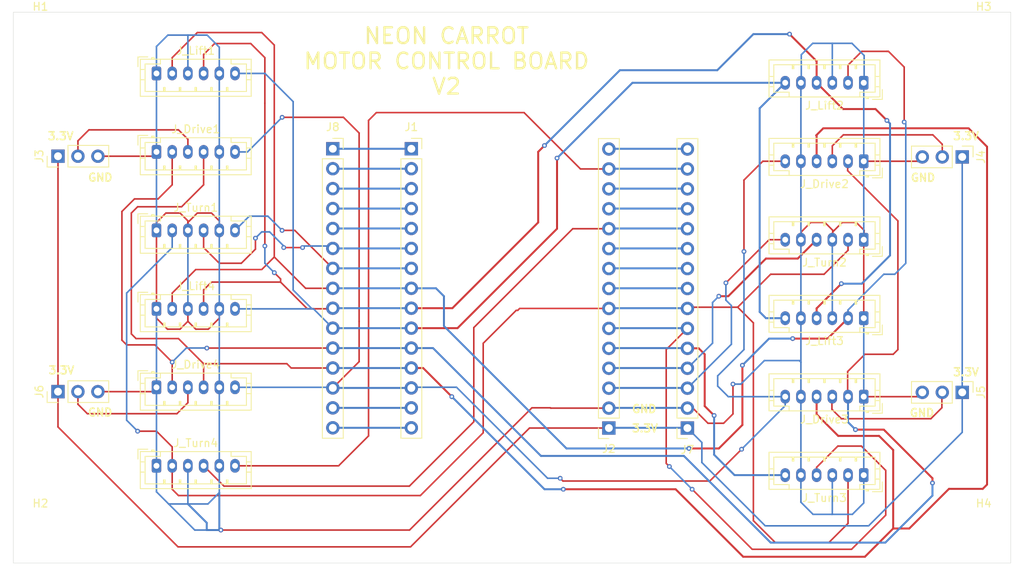
<source format=kicad_pcb>
(kicad_pcb (version 20241229) (generator "pcbnew") (generator_version "9.0")
  (layers (0 "F.Cu" signal) (2 "B.Cu" signal) (13 "F.Paste" user) (15 "B.Paste" user) (5 "F.SilkS" user "F.Silkscreen") (7 "B.SilkS" user "B.Silkscreen") (1 "F.Mask" user) (3 "B.Mask" user) (25 "Edge.Cuts" user))
  (net 0 "")
  (net 1 "Net-(J1-Pin_3)")
  (net 2 "/Turn1_Pul+")
  (net 3 "/Lift_Dir+")
  (net 4 "/Lift_Ena+")
  (net 5 "/Drive_Dir+")
  (net 6 "Net-(J1-Pin_14)")
  (net 7 "Net-(J1-Pin_4)")
  (net 8 "Net-(J1-Pin_15)")
  (net 9 "Net-(J1-Pin_5)")
  (net 10 "/Lift_Pul+")
  (net 11 "Net-(J1-Pin_2)")
  (net 12 "Net-(J1-Pin_1)")
  (net 13 "/Drive_Ena+")
  (net 14 "/Turn1_Dir+")
  (net 15 "/Drive_Pul+")
  (net 16 "/Turn4_Pul+")
  (net 17 "Net-(J2-Pin_12)")
  (net 18 "/Turn_Ena+")
  (net 19 "/Turn2_Dir+")
  (net 20 "/Turn3_Pul+")
  (net 21 "Net-(J2-Pin_15)")
  (net 22 "Net-(J2-Pin_9)")
  (net 23 "Net-(J2-Pin_10)")
  (net 24 "Net-(J2-Pin_13)")
  (net 25 "Net-(J2-Pin_8)")
  (net 26 "/Turn2_Pul+")
  (net 27 "/Turn3_Dir+")
  (net 28 "/Turn4_Dir+")
  (net 29 "Net-(J3-Pin_2)")
  (net 30 "GND")
  (net 31 "+3.3V")
  (net 32 "Net-(J4-Pin_2)")
  (net 33 "Net-(J5-Pin_2)")
  (net 34 "Net-(J6-Pin_2)")
  (footprint "Connector_PinHeader_2.54mm:PinHeader_1x03_P2.54mm_Vertical" (layer "F.Cu") (at 213.99 94.45 -90)
    (property "Reference" "J5")
    (property "Value" "Conn_01x03_Pin")
  )
  (footprint "MountingHole:MountingHole_3.2mm_M3" (layer "F.Cu") (at 216.725 49.45)
    (property "Reference" "H3")
    (property "Value" "MountingHole")
  )
  (footprint "Connector_JST:JST_PH_B6B-PH-K_1x06_P2.00mm_Vertical" (layer "F.Cu") (at 111.4 93.81)
    (property "Reference" "J_Drive4")
    (property "Value" "B6B-PH-K-S")
  )
  (footprint "Connector_JST:JST_PH_B6B-PH-K_1x06_P2.00mm_Vertical" (layer "F.Cu") (at 111.4 73.81)
    (property "Reference" "J_Turn1")
    (property "Value" "B6B-PH-K-S")
  )
  (footprint "Connector_PinSocket_2.54mm:PinSocket_1x15_P2.54mm_Vertical" (layer "F.Cu") (at 133.85 63.41)
    (property "Reference" "J8")
    (property "Value" "Conn_01x15_Socket")
  )
  (footprint "MountingHole:MountingHole_3.2mm_M3" (layer "F.Cu") (at 96.625 49.45)
    (property "Reference" "H1")
    (property "Value" "MountingHole")
  )
  (footprint "Connector_JST:JST_PH_B6B-PH-K_1x06_P2.00mm_Vertical" (layer "F.Cu") (at 111.4 83.81)
    (property "Reference" "J_Lift4")
    (property "Value" "B6B-PH-K-S")
  )
  (footprint "Connector_JST:JST_PH_B6B-PH-K_1x06_P2.00mm_Vertical" (layer "F.Cu") (at 201.45 75 180)
    (property "Reference" "J_Turn2")
    (property "Value" "B6B-PH-K-S")
  )
  (footprint "Connector_JST:JST_PH_B6B-PH-K_1x06_P2.00mm_Vertical" (layer "F.Cu") (at 111.4 63.81)
    (property "Reference" "J_Drive1")
    (property "Value" "B6B-PH-K-S")
  )
  (footprint "Connector_JST:JST_PH_B6B-PH-K_1x06_P2.00mm_Vertical" (layer "F.Cu") (at 201.45 95 180)
    (property "Reference" "J_Drive3")
    (property "Value" "B6B-PH-K-S")
  )
  (footprint "Connector_PinSocket_2.54mm:PinSocket_1x15_P2.54mm_Vertical" (layer "F.Cu") (at 169 99 180)
    (property "Reference" "J2")
    (property "Value" "Conn_01x15_Socket")
  )
  (footprint "Connector_JST:JST_PH_B6B-PH-K_1x06_P2.00mm_Vertical" (layer "F.Cu") (at 201.45 85 180)
    (property "Reference" "J_Lift3")
    (property "Value" "B6B-PH-K-S")
  )
  (footprint "Connector_PinHeader_2.54mm:PinHeader_1x03_P2.54mm_Vertical" (layer "F.Cu") (at 98.86 64.36 90)
    (property "Reference" "J3")
    (property "Value" "Conn_01x03_Pin")
  )
  (footprint "Connector_PinSocket_2.54mm:PinSocket_1x15_P2.54mm_Vertical" (layer "F.Cu") (at 143.85 63.41)
    (property "Reference" "J1")
    (property "Value" "Conn_01x15_Socket")
  )
  (footprint "MountingHole:MountingHole_3.2mm_M3" (layer "F.Cu") (at 96.625 112.75)
    (property "Reference" "H2")
    (property "Value" "MountingHole")
  )
  (footprint "MountingHole:MountingHole_3.2mm_M3" (layer "F.Cu") (at 216.725 112.75)
    (property "Reference" "H4")
    (property "Value" "MountingHole")
  )
  (footprint "Connector_PinHeader_2.54mm:PinHeader_1x03_P2.54mm_Vertical" (layer "F.Cu") (at 98.86 94.36 90)
    (property "Reference" "J6")
    (property "Value" "Conn_01x03_Pin")
  )
  (footprint "Connector_JST:JST_PH_B6B-PH-K_1x06_P2.00mm_Vertical" (layer "F.Cu") (at 111.4 103.81)
    (property "Reference" "J_Turn4")
    (property "Value" "B6B-PH-K-S")
  )
  (footprint "Connector_JST:JST_PH_B6B-PH-K_1x06_P2.00mm_Vertical" (layer "F.Cu") (at 201.45 105 180)
    (property "Reference" "J_Turn3")
    (property "Value" "B6B-PH-K-S")
  )
  (footprint "Connector_JST:JST_PH_B6B-PH-K_1x06_P2.00mm_Vertical" (layer "F.Cu") (at 201.45 55 180)
    (property "Reference" "J_Lift2")
    (property "Value" "B6B-PH-K-S")
  )
  (footprint "Connector_JST:JST_PH_B6B-PH-K_1x06_P2.00mm_Vertical" (layer "F.Cu") (at 111.4 53.81)
    (property "Reference" "J_Lift1")
    (property "Value" "B6B-PH-K-S")
  )
  (footprint "Connector_PinSocket_2.54mm:PinSocket_1x15_P2.54mm_Vertical" (layer "F.Cu") (at 179 99 180)
    (property "Reference" "J7")
    (property "Value" "Conn_01x15_Socket")
  )
  (footprint "Connector_PinHeader_2.54mm:PinHeader_1x03_P2.54mm_Vertical" (layer "F.Cu") (at 213.99 64.45 -90)
    (property "Reference" "J4")
    (property "Value" "Conn_01x03_Pin")
  )
  (footprint "Connector_JST:JST_PH_B6B-PH-K_1x06_P2.00mm_Vertical" (layer "F.Cu") (at 201.45 65 180)
    (property "Reference" "J_Drive2")
    (property "Value" "B6B-PH-K-S")
  )
  (gr_rect (start 93.175 46) (end 220.175 116.2) (stroke (width 0.05)) (fill no) (layer "Edge.Cuts"))
  (gr_text "GND" (at 207.21 97.65 0) (layer "F.SilkS") (effects (font (size 1 1) (thickness 0.2) (bold yes)) (justify left bottom)))
  (gr_text "3.3V" (at 171.84 99.62 0) (layer "F.SilkS") (effects (font (size 1 1) (thickness 0.2) (bold yes)) (justify left bottom)))
  (gr_text "GND" (at 102.57 97.59 0) (layer "F.SilkS") (effects (font (size 1 1) (thickness 0.2) (bold yes)) (justify left bottom)))
  (gr_text "NEON CARROT\nMOTOR CONTROL BOARD\nV2" (at 148.33 56.63 0) (layer "F.SilkS") (effects (font (size 2 2) (thickness 0.3)) (justify bottom)))
  (gr_text "3.3V" (at 212.72 62.37 0) (layer "F.SilkS") (effects (font (size 1 1) (thickness 0.2) (bold yes)) (justify left bottom)))
  (gr_text "3.3V" (at 97.55 92.22 0) (layer "F.SilkS") (effects (font (size 1 1) (thickness 0.2) (bold yes)) (justify left bottom)))
  (gr_text "3.3V" (at 97.45 62.38 0) (layer "F.SilkS") (effects (font (size 1 1) (thickness 0.2) (bold yes)) (justify left bottom)))
  (gr_text "GND" (at 171.84 97.15 0) (layer "F.SilkS") (effects (font (size 1 1) (thickness 0.2) (bold yes)) (justify left bottom)))
  (gr_text "3.3V" (at 212.72 92.46 0) (layer "F.SilkS") (effects (font (size 1 1) (thickness 0.2) (bold yes)) (justify left bottom)))
  (gr_text "GND" (at 102.59 67.66 0) (layer "F.SilkS") (effects (font (size 1 1) (thickness 0.2) (bold yes)) (justify left bottom)))
  (gr_text "GND" (at 207.34 67.68 0) (layer "F.SilkS") (effects (font (size 1 1) (thickness 0.2) (bold yes)) (justify left bottom)))
  (segment (start 133.85 68.49) (end 143.85 68.49) (width 0.25) (layer "B.Cu") (net 1))
  (segment (start 127.39 73.81) (end 129.01 73.81) (width 0.2) (layer "F.Cu") (net 2))
  (segment (start 129.01 73.81) (end 133.85 78.65) (width 0.2) (layer "F.Cu") (net 2))
  (via (at 127.39 73.81) (size 0.6) (drill 0.3) (layers "F.Cu" "B.Cu") (net 2))
  (segment (start 133.85 78.65) (end 143.85 78.65) (width 0.25) (layer "B.Cu") (net 2))
  (segment (start 123.21 72) (end 125.58 72) (width 0.2) (layer "B.Cu") (net 2))
  (segment (start 121.4 73.81) (end 123.21 72) (width 0.2) (layer "B.Cu") (net 2))
  (segment (start 127.39 73.81) (end 127.4 73.8) (width 0.2) (layer "B.Cu") (net 2))
  (segment (start 125.58 72) (end 127.39 73.81) (width 0.2) (layer "B.Cu") (net 2))
  (segment (start 143.85 83.73) (end 149.07 83.73) (width 0.25) (layer "F.Cu") (net 3))
  (segment (start 149.07 83.73) (end 160 72.8) (width 0.25) (layer "F.Cu") (net 3))
  (segment (start 118.8 50) (end 123.4 50) (width 0.2) (layer "F.Cu") (net 3))
  (segment (start 117.4 53.81) (end 117.4 51.4) (width 0.2) (layer "F.Cu") (net 3))
  (segment (start 126.4 79.2) (end 127.2 80) (width 0.2) (layer "F.Cu") (net 3))
  (segment (start 133.78 83.8) (end 133.85 83.73) (width 0.2) (layer "F.Cu") (net 3))
  (segment (start 117.4 81.4) (end 118.4 80.4) (width 0.2) (layer "F.Cu") (net 3))
  (segment (start 198.8 58.35) (end 202.95 58.35) (width 0.25) (layer "F.Cu") (net 3))
  (segment (start 195.45 52.25) (end 195.45 55) (width 0.25) (layer "F.Cu") (net 3))
  (segment (start 117.4 51.4) (end 118.8 50) (width 0.2) (layer "F.Cu") (net 3))
  (segment (start 117.4 83.81) (end 117.4 81.4) (width 0.2) (layer "F.Cu") (net 3))
  (segment (start 198.6 80.6) (end 195.45 83.75) (width 0.25) (layer "F.Cu") (net 3))
  (segment (start 192 48.8) (end 195.45 52.25) (width 0.25) (layer "F.Cu") (net 3))
  (segment (start 130.6 83.8) (end 133.78 83.8) (width 0.2) (layer "F.Cu") (net 3))
  (segment (start 195.45 55) (end 198.8 58.35) (width 0.25) (layer "F.Cu") (net 3))
  (segment (start 118.4 80.4) (end 127.2 80.4) (width 0.2) (layer "F.Cu") (net 3))
  (segment (start 160 72.8) (end 160 63.8) (width 0.25) (layer "F.Cu") (net 3))
  (segment (start 195.45 83.75) (end 195.45 85) (width 0.25) (layer "F.Cu") (net 3))
  (segment (start 202.95 58.35) (end 204.4 59.8) (width 0.25) (layer "F.Cu") (net 3))
  (segment (start 160 63.8) (end 160.8 63) (width 0.25) (layer "F.Cu") (net 3))
  (segment (start 127.2 80.4) (end 130.6 83.8) (width 0.2) (layer "F.Cu") (net 3))
  (segment (start 127.2 80) (end 127.2 80.4) (width 0.2) (layer "F.Cu") (net 3))
  (segment (start 123.4 50) (end 125.2 51.8) (width 0.2) (layer "F.Cu") (net 3))
  (segment (start 125.2 57.6) (end 125.2 75.8) (width 0.2) (layer "F.Cu") (net 3))
  (segment (start 125.2 51.8) (end 125.2 57.6) (width 0.2) (layer "F.Cu") (net 3))
  (via (at 126.4 79.2) (size 0.6) (drill 0.3) (layers "F.Cu" "B.Cu") (net 3))
  (via (at 204.4 59.8) (size 0.6) (drill 0.3) (layers "F.Cu" "B.Cu") (net 3))
  (via (at 160.8 63) (size 0.6) (drill 0.3) (layers "F.Cu" "B.Cu") (net 3))
  (via (at 125.2 75.8) (size 0.6) (drill 0.3) (layers "F.Cu" "B.Cu") (net 3))
  (via (at 198.6 80.6) (size 0.6) (drill 0.3) (layers "F.Cu" "B.Cu") (net 3))
  (via (at 192 48.8) (size 0.6) (drill 0.3) (layers "F.Cu" "B.Cu") (net 3))
  (segment (start 204.8 77) (end 201.2 80.6) (width 0.25) (layer "B.Cu") (net 3))
  (segment (start 133.85 83.73) (end 143.85 83.73) (width 0.25) (layer "B.Cu") (net 3))
  (segment (start 204.8 60.2) (end 204.8 77) (width 0.25) (layer "B.Cu") (net 3))
  (segment (start 160.8 63) (end 170.4 53.4) (width 0.25) (layer "B.Cu") (net 3))
  (segment (start 125.2 75.8) (end 125.2 78) (width 0.2) (layer "B.Cu") (net 3))
  (segment (start 204.4 59.8) (end 204.8 60.2) (width 0.25) (layer "B.Cu") (net 3))
  (segment (start 125.2 78) (end 126.4 79.2) (width 0.2) (layer "B.Cu") (net 3))
  (segment (start 201.2 80.6) (end 198.6 80.6) (width 0.25) (layer "B.Cu") (net 3))
  (segment (start 187.4 48.8) (end 192 48.8) (width 0.25) (layer "B.Cu") (net 3))
  (segment (start 170.4 53.4) (end 182.8 53.4) (width 0.25) (layer "B.Cu") (net 3))
  (segment (start 182.8 53.4) (end 187.4 48.8) (width 0.25) (layer "B.Cu") (net 3))
  (segment (start 192.4 87.6) (end 196.85 87.6) (width 0.25) (layer "F.Cu") (net 4))
  (segment (start 128.2 79) (end 130.39 81.19) (width 0.2) (layer "F.Cu") (net 4))
  (segment (start 201.2 51) (end 204.4 51) (width 0.2) (layer "F.Cu") (net 4))
  (segment (start 199.45 52.75) (end 201.2 51) (width 0.2) (layer "F.Cu") (net 4))
  (segment (start 186 98.6) (end 186 91) (width 0.25) (layer "F.Cu") (net 4))
  (segment (start 183 101.6) (end 186 98.6) (width 0.25) (layer "F.Cu") (net 4))
  (segment (start 113.4 51.8) (end 116.6 48.6) (width 0.2) (layer "F.Cu") (net 4))
  (segment (start 196.85 87.6) (end 199.45 85) (width 0.25) (layer "F.Cu") (net 4))
  (segment (start 126.4 77.2) (end 128.2 79) (width 0.2) (layer "F.Cu") (net 4))
  (segment (start 124.8 48.6) (end 126.4 50.2) (width 0.2) (layer "F.Cu") (net 4))
  (segment (start 179.2 101.6) (end 183 101.6) (width 0.25) (layer "F.Cu") (net 4))
  (segment (start 199.45 55) (end 199.45 52.75) (width 0.2) (layer "F.Cu") (net 4))
  (segment (start 206.6 53) (end 206.6 60) (width 0.2) (layer "F.Cu") (net 4))
  (segment (start 126.4 50.2) (end 126.4 77.2) (width 0.2) (layer "F.Cu") (net 4))
  (segment (start 116.4 78.8) (end 124.8 78.8) (width 0.2) (layer "F.Cu") (net 4))
  (segment (start 130.39 81.19) (end 133.85 81.19) (width 0.2) (layer "F.Cu") (net 4))
  (segment (start 204.4 51) (end 204.6 51) (width 0.2) (layer "F.Cu") (net 4))
  (segment (start 124.8 78.8) (end 126.4 77.2) (width 0.2) (layer "F.Cu") (net 4))
  (segment (start 113.4 81.8) (end 116.4 78.8) (width 0.2) (layer "F.Cu") (net 4))
  (segment (start 204.6 51) (end 206.6 53) (width 0.2) (layer "F.Cu") (net 4))
  (segment (start 116.6 48.6) (end 124.8 48.6) (width 0.2) (layer "F.Cu") (net 4))
  (segment (start 113.4 83.81) (end 113.4 81.8) (width 0.2) (layer "F.Cu") (net 4))
  (segment (start 113.4 53.81) (end 113.4 51.8) (width 0.2) (layer "F.Cu") (net 4))
  (via (at 192.4 87.6) (size 0.6) (drill 0.3) (layers "F.Cu" "B.Cu") (net 4))
  (via (at 206.6 60) (size 0.6) (drill 0.3) (layers "F.Cu" "B.Cu") (net 4))
  (via (at 186 91) (size 0.6) (drill 0.3) (layers "F.Cu" "B.Cu") (net 4))
  (via (at 179.2 101.6) (size 0.6) (drill 0.3) (layers "F.Cu" "B.Cu") (net 4))
  (segment (start 148 86) (end 148 82.2) (width 0.25) (layer "B.Cu") (net 4))
  (segment (start 186 91) (end 189.4 87.6) (width 0.25) (layer "B.Cu") (net 4))
  (segment (start 163.6 101.6) (end 148 86) (width 0.25) (layer "B.Cu") (net 4))
  (segment (start 204 79.4) (end 199.45 83.95) (width 0.2) (layer "B.Cu") (net 4))
  (segment (start 179.2 101.6) (end 163.6 101.6) (width 0.25) (layer "B.Cu") (net 4))
  (segment (start 206.8 60.2) (end 206.8 78) (width 0.2) (layer "B.Cu") (net 4))
  (segment (start 206.8 78) (end 205.4 79.4) (width 0.2) (layer "B.Cu") (net 4))
  (segment (start 205.4 79.4) (end 204 79.4) (width 0.2) (layer "B.Cu") (net 4))
  (segment (start 143.85 81.19) (end 143.85 81.85) (width 0.25) (layer "B.Cu") (net 4))
  (segment (start 133.85 81.19) (end 143.85 81.19) (width 0.25) (layer "B.Cu") (net 4))
  (segment (start 199.45 83.95) (end 199.45 85) (width 0.2) (layer "B.Cu") (net 4))
  (segment (start 206.6 60) (end 206.8 60.2) (width 0.2) (layer "B.Cu") (net 4))
  (segment (start 148 82.2) (end 146.99 81.19) (width 0.25) (layer "B.Cu") (net 4))
  (segment (start 189.4 87.6) (end 192.4 87.6) (width 0.25) (layer "B.Cu") (net 4))
  (segment (start 143.85 81.65) (end 143.85 81.19) (width 0.25) (layer "B.Cu") (net 4))
  (segment (start 146.99 81.19) (end 143.85 81.19) (width 0.25) (layer "B.Cu") (net 4))
  (segment (start 108.2 71.6) (end 108.2 87) (width 0.2) (layer "F.Cu") (net 5))
  (segment (start 114.2 87.6) (end 117.4 90.8) (width 0.2) (layer "F.Cu") (net 5))
  (segment (start 145.35 91.35) (end 149 95) (width 0.25) (layer "F.Cu") (net 5))
  (segment (start 212.3 106.75) (end 207.25 111.8) (width 0.25) (layer "F.Cu") (net 5))
  (segment (start 217.15 63.15) (end 217.15 106.2) (width 0.25) (layer "F.Cu") (net 5))
  (segment (start 201.6 115.4) (end 205.2 111.8) (width 0.25) (layer "F.Cu") (net 5))
  (segment (start 205.2 111.8) (end 205.2 101.8) (width 0.25) (layer "F.Cu") (net 5))
  (segment (start 117.4 63.81) (end 117.4 68) (width 0.2) (layer "F.Cu") (net 5))
  (segment (start 198.2 100) (end 195.45 97.25) (width 0.25) (layer "F.Cu") (net 5))
  (segment (start 195.4 61.7) (end 196.3 60.8) (width 0.25) (layer "F.Cu") (net 5))
  (segment (start 203.4 100) (end 198.2 100) (width 0.25) (layer "F.Cu") (net 5))
  (segment (start 177.5 106.8) (end 186.1 115.4) (width 0.25) (layer "F.Cu") (net 5))
  (segment (start 117.4 90.8) (end 128 90.8) (width 0.2) (layer "F.Cu") (net 5))
  (segment (start 196.3 60.8) (end 214.8 60.8) (width 0.25) (layer "F.Cu") (net 5))
  (segment (start 117.4 90.8) (end 117.4 93.81) (width 0.2) (layer "F.Cu") (net 5))
  (segment (start 143.85 91.35) (end 145.35 91.35) (width 0.25) (layer "F.Cu") (net 5))
  (segment (start 108.2 87) (end 108.8 87.6) (width 0.2) (layer "F.Cu") (net 5))
  (segment (start 217.15 106.2) (end 216.6 106.75) (width 0.25) (layer "F.Cu") (net 5))
  (segment (start 205.2 101.8) (end 203.4 100) (width 0.25) (layer "F.Cu") (net 5))
  (segment (start 108.8 87.6) (end 114.2 87.6) (width 0.2) (layer "F.Cu") (net 5))
  (segment (start 109 70.8) (end 108.2 71.6) (width 0.2) (layer "F.Cu") (net 5))
  (segment (start 186.1 115.4) (end 201.6 115.4) (width 0.25) (layer "F.Cu") (net 5))
  (segment (start 216.6 106.75) (end 212.3 106.75) (width 0.25) (layer "F.Cu") (net 5))
  (segment (start 195.45 97.25) (end 195.45 95) (width 0.25) (layer "F.Cu") (net 5))
  (segment (start 114.6 70.8) (end 109 70.8) (width 0.2) (layer "F.Cu") (net 5))
  (segment (start 163.2 106.8) (end 177.5 106.8) (width 0.25) (layer "F.Cu") (net 5))
  (segment (start 195.45 65) (end 195.45 61.75) (width 0.25) (layer "F.Cu") (net 5))
  (segment (start 195.45 61.75) (end 195.4 61.7) (width 0.25) (layer "F.Cu") (net 5))
  (segment (start 214.8 60.8) (end 217.15 63.15) (width 0.25) (layer "F.Cu") (net 5))
  (segment (start 117.4 68) (end 114.6 70.8) (width 0.2) (layer "F.Cu") (net 5))
  (segment (start 128 90.8) (end 128.55 91.35) (width 0.2) (layer "F.Cu") (net 5))
  (segment (start 207.25 111.8) (end 205.2 111.8) (width 0.25) (layer "F.Cu") (net 5))
  (segment (start 128.55 91.35) (end 133.85 91.35) (width 0.2) (layer "F.Cu") (net 5))
  (via (at 163.2 106.8) (size 0.6) (drill 0.3) (layers "F.Cu" "B.Cu") (net 5))
  (via (at 149 95) (size 0.6) (drill 0.3) (layers "F.Cu" "B.Cu") (net 5))
  (segment (start 160.8 106.8) (end 149 95) (width 0.25) (layer "B.Cu") (net 5))
  (segment (start 163.2 106.8) (end 160.8 106.8) (width 0.25) (layer "B.Cu") (net 5))
  (segment (start 133.85 91.35) (end 143.85 91.35) (width 0.25) (layer "B.Cu") (net 5))
  (segment (start 133.85 96.43) (end 143.85 96.43) (width 0.25) (layer "B.Cu") (net 6))
  (segment (start 143.85 71.03) (end 133.85 71.03) (width 0.25) (layer "B.Cu") (net 7))
  (segment (start 133.85 98.97) (end 143.85 98.97) (width 0.25) (layer "B.Cu") (net 8))
  (segment (start 133.85 73.57) (end 143.85 73.57) (width 0.25) (layer "B.Cu") (net 9))
  (segment (start 162.4 73.6) (end 149.73 86.27) (width 0.25) (layer "F.Cu") (net 10))
  (segment (start 149.73 86.27) (end 143.85 86.27) (width 0.25) (layer "F.Cu") (net 10))
  (segment (start 162.4 64.6) (end 162.4 73.6) (width 0.25) (layer "F.Cu") (net 10))
  (via (at 162.4 64.6) (size 0.6) (drill 0.3) (layers "F.Cu" "B.Cu") (net 10))
  (segment (start 133.85 86.27) (end 143.85 86.27) (width 0.25) (layer "B.Cu") (net 10))
  (segment (start 188.2 84.2) (end 189 85) (width 0.25) (layer "B.Cu") (net 10))
  (segment (start 128.8 81.41) (end 131.2 83.81) (width 0.2) (layer "B.Cu") (net 10))
  (segment (start 189 85) (end 191.45 85) (width 0.25) (layer "B.Cu") (net 10))
  (segment (start 191.45 55) (end 188.2 58.25) (width 0.25) (layer "B.Cu") (net 10))
  (segment (start 121.4 83.81) (end 131.2 83.81) (width 0.2) (layer "B.Cu") (net 10))
  (segment (start 131.39 83.81) (end 133.85 86.27) (width 0.2) (layer "B.Cu") (net 10))
  (segment (start 125.21 53.81) (end 128.8 57.4) (width 0.2) (layer "B.Cu") (net 10))
  (segment (start 188.2 58.25) (end 188.2 84.2) (width 0.25) (layer "B.Cu") (net 10))
  (segment (start 172 55) (end 191.45 55) (width 0.25) (layer "B.Cu") (net 10))
  (segment (start 121.4 53.81) (end 125.21 53.81) (width 0.2) (layer "B.Cu") (net 10))
  (segment (start 162.4 64.6) (end 172 55) (width 0.25) (layer "B.Cu") (net 10))
  (segment (start 128.8 57.4) (end 128.8 81.41) (width 0.2) (layer "B.Cu") (net 10))
  (segment (start 131.2 83.81) (end 131.39 83.81) (width 0.2) (layer "B.Cu") (net 10))
  (segment (start 143.85 65.95) (end 133.85 65.95) (width 0.25) (layer "B.Cu") (net 11))
  (segment (start 133.85 63.41) (end 143.85 63.41) (width 0.25) (layer "B.Cu") (net 12))
  (segment (start 113.4 63.81) (end 113.4 68) (width 0.2) (layer "F.Cu") (net 13))
  (segment (start 204 99.2) (end 200.4 99.2) (width 0.25) (layer "F.Cu") (net 13))
  (segment (start 201.6 89.6) (end 199.4 91.8) (width 0.2) (layer "F.Cu") (net 13))
  (segment (start 210.2 105.4) (end 204.2 99.4) (width 0.25) (layer "F.Cu") (net 13))
  (segment (start 107 87.8) (end 107.6 88.4) (width 0.2) (layer "F.Cu") (net 13))
  (segment (start 205.8 89) (end 205.2 89.6) (width 0.2) (layer "F.Cu") (net 13))
  (segment (start 210.2 106) (end 210.2 105.4) (width 0.25) (layer "F.Cu") (net 13))
  (segment (start 107.6 88.4) (end 111.2 88.4) (width 0.2) (layer "F.Cu") (net 13))
  (segment (start 199.4 66.2) (end 205.8 72.6) (width 0.2) (layer "F.Cu") (net 13))
  (segment (start 204.2 99.4) (end 204 99.2) (width 0.25) (layer "F.Cu") (net 13))
  (segment (start 199.4 65.01) (end 199.4 66.2) (width 0.2) (layer "F.Cu") (net 13))
  (segment (start 107 71.4) (end 107 87.8) (width 0.2) (layer "F.Cu") (net 13))
  (segment (start 199.4 91.8) (end 199.4 95.01) (width 0.2) (layer "F.Cu") (net 13))
  (segment (start 205.8 72.6) (end 205.8 89) (width 0.2) (layer "F.Cu") (net 13))
  (segment (start 111.2 88.4) (end 113.4 90.6) (width 0.2) (layer "F.Cu") (net 13))
  (segment (start 111.6 69.8) (end 108.6 69.8) (width 0.2) (layer "F.Cu") (net 13))
  (segment (start 117.81 88.81) (end 133.85 88.81) (width 0.2) (layer "F.Cu") (net 13))
  (segment (start 205.2 89.6) (end 201.6 89.6) (width 0.2) (layer "F.Cu") (net 13))
  (segment (start 108.6 69.8) (end 107 71.4) (width 0.2) (layer "F.Cu") (net 13))
  (segment (start 113.4 68) (end 111.6 69.8) (width 0.2) (layer "F.Cu") (net 13))
  (segment (start 113.4 90.6) (end 113.4 93.81) (width 0.2) (layer "F.Cu") (net 13))
  (via (at 117.81 88.81) (size 0.6) (drill 0.3) (layers "F.Cu" "B.Cu") (net 13))
  (via (at 210.2 106) (size 0.6) (drill 0.3) (layers "F.Cu" "B.Cu") (net 13))
  (via (at 113.4 90.6) (size 0.6) (drill 0.3) (layers "F.Cu" "B.Cu") (net 13))
  (via (at 200.4 99.2) (size 0.6) (drill 0.3) (layers "F.Cu" "B.Cu") (net 13))
  (segment (start 117.8 88.8) (end 115.2 88.8) (width 0.2) (layer "B.Cu") (net 13))
  (segment (start 160.35 102.55) (end 178.55 102.55) (width 0.25) (layer "B.Cu") (net 13))
  (segment (start 210.2 107.6) (end 210.2 106) (width 0.25) (layer "B.Cu") (net 13))
  (segment (start 189.6 113.6) (end 204.2 113.6) (width 0.25) (layer "B.Cu") (net 13))
  (segment (start 199.45 98.25) (end 199.45 95) (width 0.25) (layer "B.Cu") (net 13))
  (segment (start 143.85 88.81) (end 146.61 88.81) (width 0.25) (layer "B.Cu") (net 13))
  (segment (start 115.2 88.8) (end 113.4 90.6) (width 0.2) (layer "B.Cu") (net 13))
  (segment (start 133.85 88.81) (end 143.85 88.81) (width 0.25) (layer "B.Cu") (net 13))
  (segment (start 117.81 88.81) (end 117.8 88.8) (width 0.2) (layer "B.Cu") (net 13))
  (segment (start 200.4 99.2) (end 199.45 98.25) (width 0.25) (layer "B.Cu") (net 13))
  (segment (start 178.55 102.55) (end 189.6 113.6) (width 0.25) (layer "B.Cu") (net 13))
  (segment (start 146.61 88.81) (end 160.35 102.55) (width 0.25) (layer "B.Cu") (net 13))
  (segment (start 204.2 113.6) (end 210.2 107.6) (width 0.25) (layer "B.Cu") (net 13))
  (segment (start 117.4 73.81) (end 117.4 76) (width 0.2) (layer "F.Cu") (net 14))
  (segment (start 117.4 76) (end 119.4 78) (width 0.2) (layer "F.Cu") (net 14))
  (segment (start 124 76.2) (end 124 74.8) (width 0.2) (layer "F.Cu") (net 14))
  (segment (start 127.6 76) (end 130 76) (width 0.2) (layer "F.Cu") (net 14))
  (segment (start 119.4 78) (end 122.2 78) (width 0.2) (layer "F.Cu") (net 14))
  (segment (start 122.2 78) (end 124 76.2) (width 0.2) (layer "F.Cu") (net 14))
  (via (at 124 74.8) (size 0.6) (drill 0.3) (layers "F.Cu" "B.Cu") (net 14))
  (via (at 130 76) (size 0.6) (drill 0.3) (layers "F.Cu" "B.Cu") (net 14))
  (via (at 127.6 76) (size 0.6) (drill 0.3) (layers "F.Cu" "B.Cu") (net 14))
  (segment (start 124.8 74) (end 125.8 74) (width 0.2) (layer "B.Cu") (net 14))
  (segment (start 133.54 75.8) (end 133.85 76.11) (width 0.2) (layer "B.Cu") (net 14))
  (segment (start 143.85 76.11) (end 133.85 76.11) (width 0.25) (layer "B.Cu") (net 14))
  (segment (start 130 76) (end 130.2 75.8) (width 0.2) (layer "B.Cu") (net 14))
  (segment (start 124 74.8) (end 124.8 74) (width 0.2) (layer "B.Cu") (net 14))
  (segment (start 130.2 75.8) (end 133.54 75.8) (width 0.2) (layer "B.Cu") (net 14))
  (segment (start 127.6 75.8) (end 127.6 76) (width 0.2) (layer "B.Cu") (net 14))
  (segment (start 125.8 74) (end 127.6 75.8) (width 0.2) (layer "B.Cu") (net 14))
  (segment (start 137.2 90.54) (end 137.2 85.4) (width 0.2) (layer "F.Cu") (net 15))
  (segment (start 191.45 65) (end 188.6 65) (width 0.2) (layer "F.Cu") (net 15))
  (segment (start 163.15 105.75) (end 181.85 105.75) (width 0.2) (layer "F.Cu") (net 15))
  (segment (start 186.2 67.4) (end 186.2 76.5) (width 0.2) (layer "F.Cu") (net 15))
  (segment (start 188.6 65) (end 186.2 67.4) (width 0.2) (layer "F.Cu") (net 15))
  (segment (start 137.2 85.4) (end 137.2 61.4) (width 0.2) (layer "F.Cu") (net 15))
  (segment (start 133.85 93.89) (end 137.2 90.54) (width 0.2) (layer "F.Cu") (net 15))
  (segment (start 162.8 105.4) (end 163.15 105.75) (width 0.2) (layer "F.Cu") (net 15))
  (segment (start 135.2 59.4) (end 127.4 59.4) (width 0.2) (layer "F.Cu") (net 15))
  (segment (start 137.2 61.4) (end 135.2 59.4) (width 0.2) (layer "F.Cu") (net 15))
  (segment (start 181.85 105.75) (end 185.9 101.7) (width 0.2) (layer "F.Cu") (net 15))
  (via (at 127.4 59.4) (size 0.6) (drill 0.3) (layers "F.Cu" "B.Cu") (net 15))
  (via (at 185.9 101.7) (size 0.6) (drill 0.3) (layers "F.Cu" "B.Cu") (net 15))
  (via (at 162.8 105.4) (size 0.6) (drill 0.3) (layers "F.Cu" "B.Cu") (net 15))
  (via (at 186.2 76.5) (size 0.6) (drill 0.3) (layers "F.Cu" "B.Cu") (net 15))
  (segment (start 186.2 76.5) (end 186.2 89) (width 0.2) (layer "B.Cu") (net 15))
  (segment (start 161.2 105.4) (end 149.6 93.8) (width 0.2) (layer "B.Cu") (net 15))
  (segment (start 133.85 93.89) (end 143.85 93.89) (width 0.25) (layer "B.Cu") (net 15))
  (segment (start 191.45 96.15) (end 191.45 95) (width 0.2) (layer "B.Cu") (net 15))
  (segment (start 186.2 89) (end 182.85 92.35) (width 0.2) (layer "B.Cu") (net 15))
  (segment (start 162.8 105.4) (end 161.2 105.4) (width 0.2) (layer "B.Cu") (net 15))
  (segment (start 184.2 95) (end 191.45 95) (width 0.2) (layer "B.Cu") (net 15))
  (segment (start 149.6 93.8) (end 143.94 93.8) (width 0.2) (layer "B.Cu") (net 15))
  (segment (start 143.94 93.8) (end 143.85 93.89) (width 0.2) (layer "B.Cu") (net 15))
  (segment (start 121.4 93.81) (end 133.77 93.81) (width 0.2) (layer "B.Cu") (net 15))
  (segment (start 122.99 63.81) (end 127.4 59.4) (width 0.2) (layer "B.Cu") (net 15))
  (segment (start 182.85 93.65) (end 184.2 95) (width 0.2) (layer "B.Cu") (net 15))
  (segment (start 133.77 93.81) (end 133.85 93.89) (width 0.2) (layer "B.Cu") (net 15))
  (segment (start 185.9 101.7) (end 191.45 96.15) (width 0.2) (layer "B.Cu") (net 15))
  (segment (start 182.85 92.35) (end 182.85 93.65) (width 0.2) (layer "B.Cu") (net 15))
  (segment (start 121.4 63.81) (end 122.99 63.81) (width 0.2) (layer "B.Cu") (net 15))
  (segment (start 138.4 59.8) (end 139.4 58.8) (width 0.2) (layer "F.Cu") (net 16))
  (segment (start 165.38 65.98) (end 169 65.98) (width 0.2) (layer "F.Cu") (net 16))
  (segment (start 158.2 58.8) (end 165.38 65.98) (width 0.2) (layer "F.Cu") (net 16))
  (segment (start 121.4 103.81) (end 134.59 103.81) (width 0.2) (layer "F.Cu") (net 16))
  (segment (start 134.59 103.81) (end 138.4 100) (width 0.2) (layer "F.Cu") (net 16))
  (segment (start 139.4 58.8) (end 158.2 58.8) (width 0.2) (layer "F.Cu") (net 16))
  (segment (start 138.4 100) (end 138.4 59.8) (width 0.2) (layer "F.Cu") (net 16))
  (segment (start 169.25 65.95) (end 179.25 65.95) (width 0.25) (layer "B.Cu") (net 16))
  (segment (start 169.25 71.03) (end 179.25 71.03) (width 0.25) (layer "B.Cu") (net 17))
  (segment (start 153 99.6) (end 153 88.2) (width 0.2) (layer "F.Cu") (net 18))
  (segment (start 196.4 79.4) (end 189.6 79.4) (width 0.2) (layer "F.Cu") (net 18))
  (segment (start 179.16 83.6) (end 179 83.76) (width 0.2) (layer "F.Cu") (net 18))
  (segment (start 114.2 107.6) (end 145 107.6) (width 0.2) (layer "F.Cu") (net 18))
  (segment (start 109 99.4) (end 111.4 99.4) (width 0.2) (layer "F.Cu") (net 18))
  (segment (start 199.45 111.15) (end 197 113.6) (width 0.2) (layer "F.Cu") (net 18))
  (segment (start 189.6 79.4) (end 185.4 83.6) (width 0.2) (layer "F.Cu") (net 18))
  (segment (start 153 88.2) (end 157.2 84) (width 0.2) (layer "F.Cu") (net 18))
  (segment (start 199.45 76.35) (end 196.4 79.4) (width 0.2) (layer "F.Cu") (net 18))
  (segment (start 185.4 83.6) (end 179.16 83.6) (width 0.2) (layer "F.Cu") (net 18))
  (segment (start 197 113.6) (end 190.2 113.6) (width 0.2) (layer "F.Cu") (net 18))
  (segment (start 199.45 75) (end 199.45 76.35) (width 0.2) (layer "F.Cu") (net 18))
  (segment (start 187.4 110.8) (end 187.4 85.6) (width 0.2) (layer "F.Cu") (net 18))
  (segment (start 187.4 85.6) (end 185.4 83.6) (width 0.2) (layer "F.Cu") (net 18))
  (segment (start 113.4 101.4) (end 113.4 103.81) (width 0.2) (layer "F.Cu") (net 18))
  (segment (start 111.4 99.4) (end 113.4 101.4) (width 0.2) (layer "F.Cu") (net 18))
  (segment (start 157.4 84) (end 157.64 83.76) (width 0.2) (layer "F.Cu") (net 18))
  (segment (start 157.64 83.76) (end 169 83.76) (width 0.2) (layer "F.Cu") (net 18))
  (segment (start 145 107.6) (end 153 99.6) (width 0.2) (layer "F.Cu") (net 18))
  (segment (start 157.2 84) (end 157.4 84) (width 0.2) (layer "F.Cu") (net 18))
  (segment (start 199.45 105) (end 199.45 111.15) (width 0.2) (layer "F.Cu") (net 18))
  (segment (start 190.2 113.6) (end 187.4 110.8) (width 0.2) (layer "F.Cu") (net 18))
  (segment (start 113.4 103.81) (end 113.4 106.8) (width 0.2) (layer "F.Cu") (net 18))
  (segment (start 113.4 106.8) (end 114.2 107.6) (width 0.2) (layer "F.Cu") (net 18))
  (via (at 109 99.4) (size 0.6) (drill 0.3) (layers "F.Cu" "B.Cu") (net 18))
  (segment (start 113.4 76) (end 110.2 79.2) (width 0.2) (layer "B.Cu") (net 18))
  (segment (start 113.4 73.81) (end 113.4 76) (width 0.2) (layer "B.Cu") (net 18))
  (segment (start 169.25 83.73) (end 179.25 83.73) (width 0.25) (layer "B.Cu") (net 18))
  (segment (start 110.2 79.2) (end 107.6 81.8) (width 0.2) (layer "B.Cu") (net 18))
  (segment (start 107.6 98) (end 109 99.4) (width 0.2) (layer "B.Cu") (net 18))
  (segment (start 107.6 81.8) (end 107.6 98) (width 0.2) (layer "B.Cu") (net 18))
  (segment (start 184.2 82.2) (end 183 82.2) (width 0.25) (layer "F.Cu") (net 19))
  (segment (start 189 77.4) (end 184.2 82.2) (width 0.25) (layer "F.Cu") (net 19))
  (segment (start 195.45 75) (end 193.05 77.4) (width 0.25) (layer "F.Cu") (net 19))
  (segment (start 193.05 77.4) (end 189 77.4) (width 0.25) (layer "F.Cu") (net 19))
  (via (at 183 82.2) (size 0.6) (drill 0.3) (layers "F.Cu" "B.Cu") (net 19))
  (segment (start 179 91.38) (end 182.2 88.18) (width 0.2) (layer "B.Cu") (net 19))
  (segment (start 182.2 88.18) (end 182.2 83) (width 0.2) (layer "B.Cu") (net 19))
  (segment (start 169.25 91.35) (end 179.25 91.35) (width 0.25) (layer "B.Cu") (net 19))
  (segment (start 182.2 83) (end 183 82.2) (width 0.2) (layer "B.Cu") (net 19))
  (segment (start 182.4 97.4) (end 181.2 96.2) (width 0.25) (layer "F.Cu") (net 20))
  (segment (start 181.2 96.2) (end 181.2 89.6) (width 0.25) (layer "F.Cu") (net 20))
  (segment (start 180.44 88.84) (end 179 88.84) (width 0.25) (layer "F.Cu") (net 20))
  (segment (start 181.2 89.6) (end 180.44 88.84) (width 0.25) (layer "F.Cu") (net 20))
  (via (at 182.4 97.4) (size 0.6) (drill 0.3) (layers "F.Cu" "B.Cu") (net 20))
  (segment (start 169.25 88.81) (end 179.25 88.81) (width 0.25) (layer "B.Cu") (net 20))
  (segment (start 182.4 102.4) (end 182.4 97.4) (width 0.25) (layer "B.Cu") (net 20))
  (segment (start 191.45 105) (end 185 105) (width 0.25) (layer "B.Cu") (net 20))
  (segment (start 185 105) (end 182.4 102.4) (width 0.25) (layer "B.Cu") (net 20))
  (segment (start 169.25 63.41) (end 179.25 63.41) (width 0.25) (layer "B.Cu") (net 21))
  (segment (start 169.25 78.65) (end 179.25 78.65) (width 0.25) (layer "B.Cu") (net 22))
  (segment (start 169.25 76.11) (end 179.25 76.11) (width 0.25) (layer "B.Cu") (net 23))
  (segment (start 169.25 68.49) (end 179.25 68.49) (width 0.25) (layer "B.Cu") (net 24))
  (segment (start 169.25 81.19) (end 179.25 81.19) (width 0.25) (layer "B.Cu") (net 25))
  (segment (start 183.9 80.5) (end 189.4 75) (width 0.2) (layer "F.Cu") (net 26))
  (segment (start 189.4 75) (end 191.45 75) (width 0.2) (layer "F.Cu") (net 26))
  (via (at 183.9 80.5) (size 0.6) (drill 0.3) (layers "F.Cu" "B.Cu") (net 26))
  (segment (start 184.6 88.32) (end 179 93.92) (width 0.2) (layer "B.Cu") (net 26))
  (segment (start 184.6 83.4) (end 184.6 88.32) (width 0.2) (layer "B.Cu") (net 26))
  (segment (start 169.25 93.89) (end 179.25 93.89) (width 0.25) (layer "B.Cu") (net 26))
  (segment (start 183.9 80.5) (end 183.9 82.7) (width 0.2) (layer "B.Cu") (net 26))
  (segment (start 183.9 82.7) (end 184.6 83.4) (width 0.2) (layer "B.Cu") (net 26))
  (segment (start 187.25 114.45) (end 179.6 106.8) (width 0.2) (layer "F.Cu") (net 27))
  (segment (start 176.7 103.9) (end 176.3 103.5) (width 0.2) (layer "F.Cu") (net 27))
  (segment (start 176.3 89) (end 179 86.3) (width 0.2) (layer "F.Cu") (net 27))
  (segment (start 195.45 105) (end 195.45 104) (width 0.2) (layer "F.Cu") (net 27))
  (segment (start 201.15 101.3) (end 204.25 104.4) (width 0.2) (layer "F.Cu") (net 27))
  (segment (start 204.25 104.4) (end 204.25 110.1) (width 0.2) (layer "F.Cu") (net 27))
  (segment (start 188 114.45) (end 187.25 114.45) (width 0.2) (layer "F.Cu") (net 27))
  (segment (start 204.25 110.1) (end 199.9 114.45) (width 0.2) (layer "F.Cu") (net 27))
  (segment (start 195.45 104) (end 198.15 101.3) (width 0.2) (layer "F.Cu") (net 27))
  (segment (start 199.9 114.45) (end 199.65 114.45) (width 0.2) (layer "F.Cu") (net 27))
  (segment (start 198.15 101.3) (end 201.15 101.3) (width 0.2) (layer "F.Cu") (net 27))
  (segment (start 199.65 114.45) (end 188 114.45) (width 0.2) (layer "F.Cu") (net 27))
  (segment (start 176.3 103.5) (end 176.3 89) (width 0.2) (layer "F.Cu") (net 27))
  (via (at 176.7 103.9) (size 0.6) (drill 0.3) (layers "F.Cu" "B.Cu") (net 27))
  (via (at 179.6 106.8) (size 0.6) (drill 0.3) (layers "F.Cu" "B.Cu") (net 27))
  (segment (start 169.25 86.27) (end 179.25 86.27) (width 0.25) (layer "B.Cu") (net 27))
  (segment (start 179.6 106.8) (end 176.7 103.9) (width 0.2) (layer "B.Cu") (net 27))
  (segment (start 151.8 98.2) (end 151.8 86.2) (width 0.2) (layer "F.Cu") (net 28))
  (segment (start 119.99 106.4) (end 143.6 106.4) (width 0.2) (layer "F.Cu") (net 28))
  (segment (start 143.6 106.4) (end 151.8 98.2) (width 0.2) (layer "F.Cu") (net 28))
  (segment (start 117.4 103.81) (end 119.99 106.4) (width 0.2) (layer "F.Cu") (net 28))
  (segment (start 164.4 73.6) (end 169 73.6) (width 0.2) (layer "F.Cu") (net 28))
  (segment (start 151.8 86.2) (end 164.4 73.6) (width 0.2) (layer "F.Cu") (net 28))
  (segment (start 169.25 73.57) (end 179.25 73.57) (width 0.25) (layer "B.Cu") (net 28))
  (segment (start 101.4 62.4) (end 101.4 64.36) (width 0.2) (layer "F.Cu") (net 29))
  (segment (start 114.2 61) (end 102.8 61) (width 0.2) (layer "F.Cu") (net 29))
  (segment (start 115.4 63.81) (end 115.4 62.2) (width 0.2) (layer "F.Cu") (net 29))
  (segment (start 115.4 62.2) (end 114.2 61) (width 0.2) (layer "F.Cu") (net 29))
  (segment (start 102.8 61) (end 101.4 62.4) (width 0.2) (layer "F.Cu") (net 29))
  (segment (start 201.45 65) (end 208.36 65) (width 0.2) (layer "F.Cu") (net 30))
  (segment (start 161.55 96.42) (end 159.2 96.42) (width 0.2) (layer "F.Cu") (net 30))
  (segment (start 200.5 72.8) (end 201.5 73.8) (width 0.2) (layer "F.Cu") (net 30))
  (segment (start 201.5 73.8) (end 201.5 75.01) (width 0.2) (layer "F.Cu") (net 30))
  (segment (start 116.4 86.4) (end 118 86.4) (width 0.2) (layer "F.Cu") (net 30))
  (segment (start 208.36 95) (end 208.91 94.45) (width 0.2) (layer "F.Cu") (net 30))
  (segment (start 169 96.46) (end 161.59 96.46) (width 0.2) (layer "F.Cu") (net 30))
  (segment (start 111.4 72.8) (end 112.6 71.6) (width 0.2) (layer "F.Cu") (net 30))
  (segment (start 111.4 73.81) (end 111.4 83.81) (width 0.2) (layer "F.Cu") (net 30))
  (segment (start 115.4 85.4) (end 115.4 83.81) (width 0.2) (layer "F.Cu") (net 30))
  (segment (start 119.4 72.6) (end 119.4 73.81) (width 0.2) (layer "F.Cu") (net 30))
  (segment (start 110.85 94.36) (end 111.4 93.81) (width 0.2) (layer "F.Cu") (net 30))
  (segment (start 112.6 71.6) (end 114.4 71.6) (width 0.2) (layer "F.Cu") (net 30))
  (segment (start 168.86 96.6) (end 169 96.46) (width 0.2) (layer "F.Cu") (net 30))
  (segment (start 201.45 95) (end 208.36 95) (width 0.2) (layer "F.Cu") (net 30))
  (segment (start 114.4 71.6) (end 115.4 72.6) (width 0.2) (layer "F.Cu") (net 30))
  (segment (start 194.7 72.8) (end 196.5 72.8) (width 0.2) (layer "F.Cu") (net 30))
  (segment (start 103.94 94.36) (end 110.85 94.36) (width 0.2) (layer "F.Cu") (net 30))
  (segment (start 115.4 72.8) (end 116.6 71.6) (width 0.2) (layer "F.Cu") (net 30))
  (segment (start 183.61 98.39) (end 181.62 98.39) (width 0.2) (layer "F.Cu") (net 30))
  (segment (start 197.5 73.8) (end 197.5 75.01) (width 0.2) (layer "F.Cu") (net 30))
  (segment (start 181.62 98.39) (end 179.69 96.46) (width 0.2) (layer "F.Cu") (net 30))
  (segment (start 184.8 93.4) (end 184.8 97.2) (width 0.2) (layer "F.Cu") (net 30))
  (segment (start 111.4 85) (end 112.8 86.4) (width 0.2) (layer "F.Cu") (net 30))
  (segment (start 115.4 72.6) (end 115.4 73.81) (width 0.2) (layer "F.Cu") (net 30))
  (segment (start 143.62 112) (end 119.6 112) (width 0.2) (layer "F.Cu") (net 30))
  (segment (start 179.69 96.46) (end 179 96.46) (width 0.2) (layer "F.Cu") (net 30))
  (segment (start 161.59 96.46) (end 161.55 96.42) (width 0.2) (layer "F.Cu") (net 30))
  (segment (start 115.4 73.81) (end 115.4 72.8) (width 0.2) (layer "F.Cu") (net 30))
  (segment (start 114.4 86.4) (end 115.4 85.4) (width 0.2) (layer "F.Cu") (net 30))
  (segment (start 111.4 83.81) (end 111.4 85) (width 0.2) (layer "F.Cu") (net 30))
  (segment (start 115.4 85.4) (end 116.4 86.4) (width 0.2) (layer "F.Cu") (net 30))
  (segment (start 119.4 85) (end 119.4 83.81) (width 0.2) (layer "F.Cu") (net 30))
  (segment (start 118.4 71.6) (end 119.4 72.6) (width 0.2) (layer "F.Cu") (net 30))
  (segment (start 197.5 74) (end 198.7 72.8) (width 0.2) (layer "F.Cu") (net 30))
  (segment (start 159.2 96.42) (end 143.62 112) (width 0.2) (layer "F.Cu") (net 30))
  (segment (start 116.6 71.6) (end 118.4 71.6) (width 0.2) (layer "F.Cu") (net 30))
  (segment (start 112.8 86.4) (end 114.4 86.4) (width 0.2) (layer "F.Cu") (net 30))
  (segment (start 197.5 75.01) (end 197.5 74) (width 0.2) (layer "F.Cu") (net 30))
  (segment (start 193.5 74) (end 194.7 72.8) (width 0.2) (layer "F.Cu") (net 30))
  (segment (start 111.4 73.81) (end 111.4 72.8) (width 0.2) (layer "F.Cu") (net 30))
  (segment (start 103.94 64.36) (end 110.85 64.36) (width 0.2) (layer "F.Cu") (net 30))
  (segment (start 196.5 72.8) (end 197.5 73.8) (width 0.2) (layer "F.Cu") (net 30))
  (segment (start 201.45 75) (end 201.45 85) (width 0.2) (layer "F.Cu") (net 30))
  (segment (start 208.36 65) (end 208.91 64.45) (width 0.2) (layer "F.Cu") (net 30))
  (segment (start 184.8 97.2) (end 183.61 98.39) (width 0.2) (layer "F.Cu") (net 30))
  (segment (start 110.85 64.36) (end 111.4 63.81) (width 0.2) (layer "F.Cu") (net 30))
  (segment (start 198.7 72.8) (end 200.5 72.8) (width 0.2) (layer "F.Cu") (net 30))
  (segment (start 118 86.4) (end 119.4 85) (width 0.2) (layer "F.Cu") (net 30))
  (segment (start 193.5 75.01) (end 193.5 74) (width 0.2) (layer "F.Cu") (net 30))
  (via (at 184.8 93.4) (size 0.6) (drill 0.3) (layers "F.Cu" "B.Cu") (net 30))
  (via (at 119.6 112) (size 0.6) (drill 0.3) (layers "F.Cu" "B.Cu") (net 30))
  (segment (start 184.8 93.4) (end 185.8 93.4) (width 0.2) (layer "B.Cu") (net 30))
  (segment (start 110.85 64.36) (end 111.4 63.81) (width 0.25) (layer "B.Cu") (net 30))
  (segment (start 119.6 112) (end 119.4 111.8) (width 0.25) (layer "B.Cu") (net 30))
  (segment (start 193.25 90.4) (end 193.45 90.6) (width 0.2) (layer "B.Cu") (net 30))
  (segment (start 197.45 109.95) (end 197.4 110) (width 0.2) (layer "B.Cu") (net 30))
  (segment (start 197.4 110) (end 200 110) (width 0.2) (layer "B.Cu") (net 30))
  (segment (start 197.45 49.975) (end 194.95 49.975) (width 0.2) (layer "B.Cu") (net 30))
  (segment (start 115.4 108.675) (end 117.95 108.675) (width 0.2) (layer "B.Cu") (net 30))
  (segment (start 111.4 83.81) (end 111.4 103.81) (width 0.2) (layer "B.Cu") (net 30))
  (segment (start 201.5 51.525) (end 199.95 49.975) (width 0.2) (layer "B.Cu") (net 30))
  (segment (start 197.45 105) (end 197.45 109.95) (width 0.2) (layer "B.Cu") (net 30))
  (segment (start 201.5 54.975) (end 201.5 51.525) (width 0.2) (layer "B.Cu") (net 30))
  (segment (start 193.45 105) (end 193.45 108.45) (width 0.2) (layer "B.Cu") (net 30))
  (segment (start 111.4 107.125) (end 112.95 108.675) (width 0.2) (layer "B.Cu") (net 30))
  (segment (start 119.4 53.925) (end 119.4 50.475) (width 0.2) (layer "B.Cu") (net 30))
  (segment (start 197.45 55) (end 197.45 49.975) (width 0.2) (layer "B.Cu") (net 30))
  (segment (start 201.45 55) (end 201.45 75) (width 0.2) (layer "B.Cu") (net 30))
  (segment (start 193.45 55) (end 193.45 90.6) (width 0.2) (layer "B.Cu") (net 30))
  (segment (start 119.4 50.475) (end 117.85 48.925) (width 0.2) (layer "B.Cu") (net 30))
  (segment (start 188.8 90.4) (end 193.25 90.4) (width 0.2) (layer "B.Cu") (net 30))
  (segment (start 194.95 49.975) (end 193.5 51.425) (width 0.2) (layer "B.Cu") (net 30))
  (segment (start 110.85 94.36) (end 111.4 93.81) (width 0.25) (layer "B.Cu") (net 30))
  (segment (start 201.45 85) (end 201.45 105) (width 0.2) (layer "B.Cu") (net 30))
  (segment (start 115.4 48.925) (end 112.85 48.925) (width 0.2) (layer "B.Cu") (net 30))
  (segment (start 193.45 108.45) (end 195 110) (width 0.2) (layer "B.Cu") (net 30))
  (segment (start 117.85 48.925) (end 115.4 48.925) (width 0.2) (layer "B.Cu") (net 30))
  (segment (start 111.4 53.81) (end 111.4 73.81) (width 0.2) (layer "B.Cu") (net 30))
  (segment (start 119.6 112) (end 117.8 112) (width 0.25) (layer "B.Cu") (net 30))
  (segment (start 115.4 53.81) (end 115.4 48.925) (width 0.2) (layer "B.Cu") (net 30))
  (segment (start 199.95 49.975) (end 197.45 49.975) (width 0.2) (layer "B.Cu") (net 30))
  (segment (start 117.8 111.075) (end 115.4 108.675) (width 0.25) (layer "B.Cu") (net 30))
  (segment (start 112.85 48.925) (end 111.4 50.375) (width 0.2) (layer "B.Cu") (net 30))
  (segment (start 119.4 107.225) (end 119.4 103.675) (width 0.2) (layer "B.Cu") (net 30))
  (segment (start 115.4 103.81) (end 115.4 108.675) (width 0.2) (layer "B.Cu") (net 30))
  (segment (start 200 110) (end 201.45 108.55) (width 0.2) (layer "B.Cu") (net 30))
  (segment (start 117.95 108.675) (end 119.4 107.225) (width 0.2) (layer "B.Cu") (net 30))
  (segment (start 208.36 65) (end 208.91 64.45) (width 0.25) (layer "B.Cu") (net 30))
  (segment (start 119.4 53.81) (end 119.4 103.81) (width 0.2) (layer "B.Cu") (net 30))
  (segment (start 193.45 90.6) (end 193.45 105) (width 0.2) (layer "B.Cu") (net 30))
  (segment (start 117.8 112) (end 116.275 112) (width 0.2) (layer "B.Cu") (net 30))
  (segment (start 117.8 112) (end 117.8 111.075) (width 0.25) (layer "B.Cu") (net 30))
  (segment (start 115.4 73.81) (end 115.4 83.81) (width 0.2) (layer "B.Cu") (net 30))
  (segment (start 111.4 50.375) (end 111.4 53.925) (width 0.2) (layer "B.Cu") (net 30))
  (segment (start 169.25 96.43) (end 179.25 96.43) (width 0.25) (layer "B.Cu") (net 30))
  (segment (start 208.36 95) (end 208.91 94.45) (width 0.25) (layer "B.Cu") (net 30))
  (segment (start 116.275 112) (end 112.95 108.675) (width 0.2) (layer "B.Cu") (net 30))
  (segment (start 119.4 111.8) (end 119.4 107.225) (width 0.25) (layer "B.Cu") (net 30))
  (segment (start 112.95 108.675) (end 115.4 108.675) (width 0.2) (layer "B.Cu") (net 30))
  (segment (start 193.5 51.425) (end 193.5 54.975) (width 0.2) (layer "B.Cu") (net 30))
  (segment (start 197.45 75) (end 197.45 85) (width 0.2) (layer "B.Cu") (net 30))
  (segment (start 201.45 108.55) (end 201.45 105) (width 0.2) (layer "B.Cu") (net 30))
  (segment (start 111.4 103.675) (end 111.4 107.125) (width 0.2) (layer "B.Cu") (net 30))
  (segment (start 185.8 93.4) (end 188.8 90.4) (width 0.2) (layer "B.Cu") (net 30))
  (segment (start 195 110) (end 197.4 110) (width 0.2) (layer "B.Cu") (net 30))
  (segment (start 158.89 99) (end 143.75 114.14) (width 0.2) (layer "F.Cu") (net 31))
  (segment (start 98.86 64.36) (end 98.86 94.36) (width 0.2) (layer "F.Cu") (net 31))
  (segment (start 143.75 114.14) (end 114.14 114.14) (width 0.2) (layer "F.Cu") (net 31))
  (segment (start 169 99) (end 158.89 99) (width 0.2) (layer "F.Cu") (net 31))
  (segment (start 98.86 98.86) (end 98.86 94.36) (width 0.2) (layer "F.Cu") (net 31))
  (segment (start 114.14 114.14) (end 98.86 98.86) (width 0.2) (layer "F.Cu") (net 31))
  (segment (start 180.84 103.39) (end 188.91 111.46) (width 0.2) (layer "B.Cu") (net 31))
  (segment (start 213.99 99.54) (end 213.99 94.45) (width 0.2) (layer "B.Cu") (net 31))
  (segment (start 169.25 98.97) (end 179.25 98.97) (width 0.25) (layer "B.Cu") (net 31))
  (segment (start 213.99 64.45) (end 213.99 94.45) (width 0.2) (layer "B.Cu") (net 31))
  (segment (start 179 99) (end 180.84 100.84) (width 0.2) (layer "B.Cu") (net 31))
  (segment (start 202.07 111.46) (end 213.99 99.54) (width 0.2) (layer "B.Cu") (net 31))
  (segment (start 188.91 111.46) (end 202.07 111.46) (width 0.2) (layer "B.Cu") (net 31))
  (segment (start 180.84 100.84) (end 180.84 103.39) (width 0.2) (layer "B.Cu") (net 31))
  (segment (start 210.25 61.64) (end 198.85 61.64) (width 0.2) (layer "F.Cu") (net 32))
  (segment (start 198.85 61.64) (end 197.45 63.04) (width 0.2) (layer "F.Cu") (net 32))
  (segment (start 211.45 64.45) (end 211.45 62.84) (width 0.2) (layer "F.Cu") (net 32))
  (segment (start 211.45 62.84) (end 210.25 61.64) (width 0.2) (layer "F.Cu") (net 32))
  (segment (start 197.45 63.04) (end 197.45 65) (width 0.2) (layer "F.Cu") (net 32))
  (segment (start 197.4 95) (end 197.4 96.61) (width 0.2) (layer "F.Cu") (net 33))
  (segment (start 198.6 97.81) (end 210 97.81) (width 0.2) (layer "F.Cu") (net 33))
  (segment (start 197.4 96.61) (end 198.6 97.81) (width 0.2) (layer "F.Cu") (net 33))
  (segment (start 210 97.81) (end 211.4 96.41) (width 0.2) (layer "F.Cu") (net 33))
  (segment (start 211.4 96.41) (end 211.4 94.45) (width 0.2) (layer "F.Cu") (net 33))
  (segment (start 102.6 97.17) (end 114 97.17) (width 0.2) (layer "F.Cu") (net 34))
  (segment (start 115.4 95.77) (end 115.4 93.81) (width 0.2) (layer "F.Cu") (net 34))
  (segment (start 114 97.17) (end 115.4 95.77) (width 0.2) (layer "F.Cu") (net 34))
  (segment (start 101.4 94.36) (end 101.4 95.97) (width 0.2) (layer "F.Cu") (net 34))
  (segment (start 101.4 95.97) (end 102.6 97.17) (width 0.2) (layer "F.Cu") (net 34))
)
</source>
